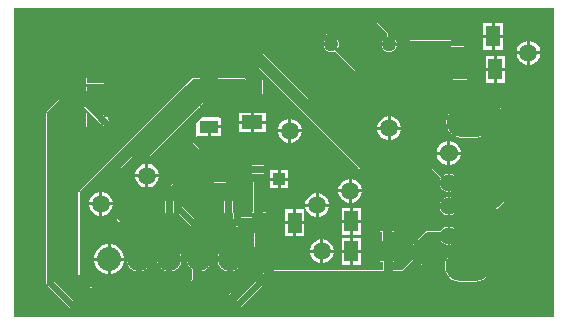
<source format=gtl>
G04*
G04 #@! TF.GenerationSoftware,Altium Limited,Altium Designer,22.8.2 (66)*
G04*
G04 Layer_Physical_Order=1*
G04 Layer_Color=255*
%FSLAX44Y44*%
%MOMM*%
G71*
G04*
G04 #@! TF.SameCoordinates,52C54432-6914-4BE2-A169-96465BD4BA84*
G04*
G04*
G04 #@! TF.FilePolarity,Positive*
G04*
G01*
G75*
%ADD11R,1.5240X1.0160*%
%ADD12R,1.1430X1.7780*%
%ADD13R,1.7780X1.1430*%
%ADD14R,1.0160X0.7620*%
%ADD15R,0.7620X1.0160*%
%ADD16R,1.0160X1.0160*%
%ADD17R,1.0160X1.0160*%
%ADD31C,0.3000*%
%ADD32C,0.2540*%
%ADD33C,0.8000*%
%ADD34C,0.6000*%
%ADD35C,1.2700*%
%ADD36O,3.8100X2.5400*%
%ADD37C,1.5240*%
%ADD38C,2.0320*%
%ADD39R,2.0320X2.0320*%
%ADD40C,1.5000*%
G36*
X1780000Y988000D02*
X1323184D01*
X1322000Y988208D01*
Y1250000D01*
X1780000D01*
Y988000D01*
D02*
G37*
%LPC*%
G36*
X1414019Y1243696D02*
X1398701D01*
Y1233458D01*
X1414019D01*
Y1243696D01*
D02*
G37*
G36*
X1736255Y1237430D02*
X1729270D01*
Y1227270D01*
X1736255D01*
Y1237430D01*
D02*
G37*
G36*
X1726730D02*
X1719745D01*
Y1227270D01*
X1726730D01*
Y1237430D01*
D02*
G37*
G36*
X1414019Y1230742D02*
X1398701D01*
Y1220504D01*
X1414019D01*
Y1230742D01*
D02*
G37*
G36*
X1495299Y1243696D02*
X1479981D01*
Y1233458D01*
X1495299D01*
Y1237160D01*
X1629836D01*
X1638424Y1228573D01*
Y1225262D01*
X1636381Y1224416D01*
X1634584Y1222619D01*
X1633611Y1220271D01*
Y1217729D01*
X1634584Y1215381D01*
X1636381Y1213584D01*
X1638729Y1212611D01*
X1641271D01*
X1643619Y1213584D01*
X1645416Y1215381D01*
X1646328Y1217584D01*
X1656000D01*
X1657002Y1217998D01*
X1658587Y1219584D01*
X1692246D01*
Y1217071D01*
X1703754D01*
Y1234929D01*
X1692246D01*
Y1222416D01*
X1658000D01*
X1656998Y1222002D01*
X1655413Y1220416D01*
X1646328D01*
X1645416Y1222619D01*
X1643619Y1224416D01*
X1641271Y1225389D01*
X1641256D01*
Y1229160D01*
X1640842Y1230162D01*
X1631425Y1239578D01*
X1630423Y1239993D01*
X1495299D01*
Y1243696D01*
D02*
G37*
G36*
X1736255Y1224730D02*
X1729270D01*
Y1214570D01*
X1736255D01*
Y1224730D01*
D02*
G37*
G36*
X1726730D02*
X1719745D01*
Y1214570D01*
X1726730D01*
Y1224730D01*
D02*
G37*
G36*
X1759322Y1222040D02*
X1759270D01*
Y1213270D01*
X1768040D01*
Y1213322D01*
X1767356Y1215875D01*
X1766034Y1218165D01*
X1764165Y1220034D01*
X1761875Y1221356D01*
X1759322Y1222040D01*
D02*
G37*
G36*
X1756730D02*
X1756678D01*
X1754125Y1221356D01*
X1751835Y1220034D01*
X1749966Y1218165D01*
X1748644Y1215875D01*
X1747960Y1213322D01*
Y1213270D01*
X1756730D01*
Y1222040D01*
D02*
G37*
G36*
X1414019Y1218042D02*
X1398701D01*
Y1207804D01*
X1414019D01*
Y1218042D01*
D02*
G37*
G36*
X1768040Y1210730D02*
X1759270D01*
Y1201960D01*
X1759322D01*
X1761875Y1202644D01*
X1764165Y1203966D01*
X1766034Y1205835D01*
X1767356Y1208125D01*
X1768040Y1210678D01*
Y1210730D01*
D02*
G37*
G36*
X1756730D02*
X1747960D01*
Y1210678D01*
X1748644Y1208125D01*
X1749966Y1205835D01*
X1751835Y1203966D01*
X1754125Y1202644D01*
X1756678Y1201960D01*
X1756730D01*
Y1210730D01*
D02*
G37*
G36*
X1738255Y1209430D02*
X1731270D01*
Y1199270D01*
X1738255D01*
Y1209430D01*
D02*
G37*
G36*
X1728730D02*
X1721745D01*
Y1199270D01*
X1728730D01*
Y1209430D01*
D02*
G37*
G36*
X1414019Y1205596D02*
X1398701D01*
Y1195358D01*
X1414019D01*
Y1205596D01*
D02*
G37*
G36*
X1587387Y1230868D02*
X1491220D01*
X1490914Y1230742D01*
X1479981D01*
Y1220504D01*
X1495299D01*
Y1227538D01*
X1586697D01*
X1587479Y1226756D01*
Y1224456D01*
X1587381Y1224416D01*
X1585584Y1222619D01*
X1584611Y1220271D01*
Y1217729D01*
X1585584Y1215381D01*
X1587381Y1213584D01*
X1589729Y1212611D01*
X1592271D01*
X1594224Y1213420D01*
X1610822Y1196822D01*
X1612000Y1196335D01*
X1694246D01*
Y1189071D01*
X1705754D01*
Y1206929D01*
X1694246D01*
Y1199665D01*
X1612690D01*
X1596579Y1215776D01*
X1597389Y1217729D01*
Y1220271D01*
X1596416Y1222619D01*
X1594619Y1224416D01*
X1592271Y1225389D01*
X1590809D01*
Y1227446D01*
X1590322Y1228623D01*
X1588564Y1230381D01*
X1587387Y1230868D01*
D02*
G37*
G36*
X1738255Y1196730D02*
X1731270D01*
Y1186570D01*
X1738255D01*
Y1196730D01*
D02*
G37*
G36*
X1728730D02*
X1721745D01*
Y1186570D01*
X1728730D01*
Y1196730D01*
D02*
G37*
G36*
X1414019Y1192642D02*
X1398701D01*
Y1186416D01*
X1383929D01*
Y1190754D01*
X1366071D01*
Y1179246D01*
X1383929D01*
Y1183584D01*
X1398701D01*
Y1182404D01*
X1414019D01*
Y1192642D01*
D02*
G37*
G36*
X1495299D02*
X1479981D01*
Y1190621D01*
X1474523D01*
X1473337Y1190385D01*
X1472332Y1189714D01*
X1472332Y1189714D01*
X1378809Y1096191D01*
X1378138Y1095186D01*
X1377935Y1094169D01*
X1376665Y1094294D01*
Y1149246D01*
X1383929D01*
Y1160754D01*
X1366071D01*
Y1149246D01*
X1373335D01*
Y1012000D01*
X1373822Y1010822D01*
X1377822Y1006822D01*
X1379000Y1006335D01*
X1503000D01*
X1504178Y1006822D01*
X1506178Y1008822D01*
X1506665Y1010000D01*
Y1026888D01*
X1508936Y1027496D01*
X1511262Y1028839D01*
X1513161Y1030738D01*
X1514504Y1033064D01*
X1515199Y1035657D01*
Y1038343D01*
X1514504Y1040937D01*
X1513161Y1043262D01*
X1511262Y1045161D01*
X1508936Y1046504D01*
X1506343Y1047199D01*
X1503657D01*
X1501064Y1046504D01*
X1498738Y1045161D01*
X1496839Y1043262D01*
X1495496Y1040937D01*
X1494801Y1038343D01*
Y1035657D01*
X1495496Y1033064D01*
X1496839Y1030738D01*
X1498738Y1028839D01*
X1501064Y1027496D01*
X1503335Y1026888D01*
Y1010690D01*
X1502310Y1009665D01*
X1379690D01*
X1376665Y1012690D01*
Y1023706D01*
X1377935Y1023831D01*
X1378138Y1022814D01*
X1378809Y1021809D01*
X1386809Y1013809D01*
X1387814Y1013138D01*
X1389000Y1012902D01*
X1472745D01*
X1472745Y1012902D01*
X1473931Y1013138D01*
X1474936Y1013809D01*
X1478451Y1017324D01*
X1479122Y1018329D01*
X1479358Y1019515D01*
X1479358Y1019515D01*
Y1026801D01*
X1480343D01*
X1482937Y1027496D01*
X1485262Y1028839D01*
X1487161Y1030738D01*
X1488504Y1033064D01*
X1489199Y1035657D01*
Y1038343D01*
X1488504Y1040937D01*
X1487161Y1043262D01*
X1485262Y1045161D01*
X1482937Y1046504D01*
X1480343Y1047199D01*
X1477657D01*
X1475063Y1046504D01*
X1472738Y1045161D01*
X1470839Y1043262D01*
X1469496Y1040937D01*
X1468801Y1038343D01*
Y1035657D01*
X1469496Y1033064D01*
X1470839Y1030738D01*
X1472738Y1028839D01*
X1473162Y1028594D01*
Y1020798D01*
X1471462Y1019098D01*
X1390283D01*
X1384098Y1025283D01*
Y1092717D01*
X1475806Y1184425D01*
X1479981D01*
Y1182404D01*
X1495299D01*
Y1184425D01*
X1515019D01*
X1515071Y1184372D01*
Y1177246D01*
X1532929D01*
Y1188754D01*
X1519453D01*
X1518493Y1189714D01*
X1517488Y1190385D01*
X1516302Y1190621D01*
X1516302Y1190621D01*
X1495299D01*
Y1192642D01*
D02*
G37*
G36*
X1414019Y1179942D02*
X1398701D01*
Y1169704D01*
X1414019D01*
Y1179942D01*
D02*
G37*
G36*
X1535430Y1161255D02*
X1525270D01*
Y1154270D01*
X1535430D01*
Y1161255D01*
D02*
G37*
G36*
X1522730D02*
X1512570D01*
Y1154270D01*
X1522730D01*
Y1161255D01*
D02*
G37*
G36*
X1641322Y1158040D02*
X1641270D01*
Y1149270D01*
X1650040D01*
Y1149322D01*
X1649356Y1151875D01*
X1648034Y1154165D01*
X1646165Y1156034D01*
X1643875Y1157356D01*
X1641322Y1158040D01*
D02*
G37*
G36*
X1638730D02*
X1638678D01*
X1636125Y1157356D01*
X1633835Y1156034D01*
X1631966Y1154165D01*
X1630644Y1151875D01*
X1629960Y1149322D01*
Y1149270D01*
X1638730D01*
Y1158040D01*
D02*
G37*
G36*
X1557322Y1156040D02*
X1557270D01*
Y1147270D01*
X1566040D01*
Y1147322D01*
X1565356Y1149875D01*
X1564034Y1152165D01*
X1562165Y1154034D01*
X1559875Y1155356D01*
X1557322Y1156040D01*
D02*
G37*
G36*
X1554730D02*
X1554678D01*
X1552125Y1155356D01*
X1549835Y1154034D01*
X1547966Y1152165D01*
X1546644Y1149875D01*
X1545960Y1147322D01*
Y1147270D01*
X1554730D01*
Y1156040D01*
D02*
G37*
G36*
X1535430Y1151730D02*
X1525270D01*
Y1144745D01*
X1535430D01*
Y1151730D01*
D02*
G37*
G36*
X1522730D02*
X1512570D01*
Y1144745D01*
X1522730D01*
Y1151730D01*
D02*
G37*
G36*
X1383000Y1172098D02*
X1383000Y1172098D01*
X1361000D01*
X1359814Y1171862D01*
X1358809Y1171191D01*
X1350809Y1163191D01*
X1350138Y1162186D01*
X1349902Y1161000D01*
X1349902Y1161000D01*
Y1017000D01*
X1349902Y1017000D01*
X1350138Y1015814D01*
X1350809Y1014809D01*
X1368809Y996809D01*
X1369814Y996138D01*
X1371000Y995902D01*
X1371000Y995902D01*
X1512000D01*
X1512000Y995902D01*
X1513186Y996138D01*
X1514191Y996809D01*
X1532191Y1014809D01*
X1532862Y1015814D01*
X1533098Y1017000D01*
X1533098Y1017000D01*
Y1024582D01*
X1534272Y1025068D01*
X1538106Y1021233D01*
X1539442Y1020341D01*
X1541018Y1020027D01*
X1541018Y1020027D01*
X1638271D01*
X1639000Y1019882D01*
X1653000D01*
X1653000Y1019882D01*
X1654576Y1020196D01*
X1655912Y1021088D01*
X1666912Y1032088D01*
X1666912Y1032088D01*
X1667804Y1033424D01*
X1668118Y1035000D01*
Y1046294D01*
X1674746Y1052922D01*
X1683904D01*
X1684242Y1052337D01*
X1685668Y1050912D01*
X1687414Y1049903D01*
X1689362Y1049381D01*
X1691378D01*
X1693326Y1049903D01*
X1695072Y1050912D01*
X1696498Y1052337D01*
X1697507Y1054084D01*
X1698029Y1056032D01*
Y1058048D01*
X1697507Y1059996D01*
X1696498Y1061742D01*
X1695072Y1063168D01*
X1693326Y1064177D01*
X1691378Y1064699D01*
X1689362D01*
X1687414Y1064177D01*
X1685668Y1063168D01*
X1684242Y1061742D01*
X1683904Y1061158D01*
X1673040D01*
X1671464Y1060844D01*
X1670128Y1059952D01*
X1661088Y1050912D01*
X1660196Y1049576D01*
X1659882Y1048000D01*
X1659882Y1048000D01*
Y1036706D01*
X1651294Y1028118D01*
X1642973D01*
Y1035091D01*
X1643894D01*
Y1052949D01*
X1642258D01*
Y1060491D01*
X1643894D01*
Y1078349D01*
X1632386D01*
Y1060491D01*
X1634022D01*
Y1052949D01*
X1632386D01*
Y1035091D01*
X1634737D01*
Y1028263D01*
X1542724D01*
X1540199Y1030788D01*
Y1047199D01*
X1534118D01*
Y1059071D01*
X1535754D01*
Y1076929D01*
X1533403D01*
Y1084525D01*
X1533403Y1084525D01*
X1533118Y1085958D01*
Y1102151D01*
X1534119D01*
Y1109849D01*
X1530353D01*
X1529000Y1110118D01*
X1527647Y1109849D01*
X1523881D01*
Y1102151D01*
X1524882D01*
Y1084810D01*
X1524882Y1084810D01*
X1525167Y1083377D01*
Y1076929D01*
X1524246D01*
Y1072618D01*
X1514098D01*
Y1075881D01*
X1514849D01*
Y1086119D01*
X1507151D01*
Y1075881D01*
X1507902D01*
Y1071598D01*
X1474783D01*
X1465271Y1081111D01*
X1464849Y1081393D01*
Y1086119D01*
X1457151D01*
Y1075881D01*
X1461511D01*
X1461793Y1075825D01*
X1471309Y1066309D01*
X1471309Y1066309D01*
X1472314Y1065638D01*
X1473500Y1065402D01*
X1509867D01*
X1510924Y1064696D01*
X1512500Y1064382D01*
X1524246D01*
Y1059071D01*
X1525882D01*
Y1047199D01*
X1519801D01*
Y1026801D01*
X1526902D01*
Y1018283D01*
X1510717Y1002098D01*
X1372283D01*
X1356098Y1018283D01*
Y1159717D01*
X1362283Y1165902D01*
X1381717D01*
X1392987Y1154632D01*
X1393511Y1153848D01*
X1395291Y1152068D01*
X1395291Y1152068D01*
X1396296Y1151396D01*
X1397481Y1151160D01*
X1397701D01*
X1398701Y1150160D01*
Y1144304D01*
X1414019D01*
Y1154542D01*
X1403083D01*
X1401636Y1155988D01*
X1402162Y1157258D01*
X1414019D01*
Y1167496D01*
X1398701D01*
Y1159476D01*
X1397431Y1158950D01*
X1385191Y1171191D01*
X1384186Y1171862D01*
X1383000Y1172098D01*
D02*
G37*
G36*
X1497800Y1148153D02*
X1488910D01*
Y1141803D01*
X1497800D01*
Y1148153D01*
D02*
G37*
G36*
X1713720Y1165889D02*
X1701020D01*
X1697695Y1165451D01*
X1694596Y1164167D01*
X1691935Y1162125D01*
X1689893Y1159464D01*
X1688609Y1156366D01*
X1688172Y1153040D01*
X1688609Y1149715D01*
X1689893Y1146616D01*
X1691935Y1143955D01*
X1694596Y1141913D01*
X1697695Y1140629D01*
X1701020Y1140191D01*
X1713720D01*
X1717045Y1140629D01*
X1720144Y1141913D01*
X1722805Y1143955D01*
X1724847Y1146616D01*
X1726131Y1149715D01*
X1726568Y1153040D01*
X1726131Y1156366D01*
X1724847Y1159464D01*
X1722805Y1162125D01*
X1720144Y1164167D01*
X1717045Y1165451D01*
X1713720Y1165889D01*
D02*
G37*
G36*
X1650040Y1146730D02*
X1641270D01*
Y1137960D01*
X1641322D01*
X1643875Y1138644D01*
X1646165Y1139966D01*
X1648034Y1141835D01*
X1649356Y1144125D01*
X1650040Y1146678D01*
Y1146730D01*
D02*
G37*
G36*
X1638730D02*
X1629960D01*
Y1146678D01*
X1630644Y1144125D01*
X1631966Y1141835D01*
X1633835Y1139966D01*
X1636125Y1138644D01*
X1638678Y1137960D01*
X1638730D01*
Y1146730D01*
D02*
G37*
G36*
X1566040Y1144730D02*
X1557270D01*
Y1135960D01*
X1557322D01*
X1559875Y1136644D01*
X1562165Y1137966D01*
X1564034Y1139835D01*
X1565356Y1142125D01*
X1566040Y1144678D01*
Y1144730D01*
D02*
G37*
G36*
X1554730D02*
X1545960D01*
Y1144678D01*
X1546644Y1142125D01*
X1547966Y1139835D01*
X1549835Y1137966D01*
X1552125Y1136644D01*
X1554678Y1135960D01*
X1554730D01*
Y1144730D01*
D02*
G37*
G36*
X1691708Y1137200D02*
X1691640D01*
Y1128310D01*
X1700530D01*
Y1128378D01*
X1699838Y1130962D01*
X1698500Y1133278D01*
X1696608Y1135170D01*
X1694292Y1136508D01*
X1691708Y1137200D01*
D02*
G37*
G36*
X1689100D02*
X1689032D01*
X1686448Y1136508D01*
X1684132Y1135170D01*
X1682240Y1133278D01*
X1680902Y1130962D01*
X1680210Y1128378D01*
Y1128310D01*
X1689100D01*
Y1137200D01*
D02*
G37*
G36*
X1552119Y1125119D02*
X1541881D01*
Y1121665D01*
X1534119D01*
Y1123849D01*
X1523881D01*
Y1116151D01*
X1534119D01*
Y1118335D01*
X1541881D01*
Y1114881D01*
X1552119D01*
Y1125119D01*
D02*
G37*
G36*
X1700530Y1125770D02*
X1691640D01*
Y1116880D01*
X1691708D01*
X1694292Y1117572D01*
X1696608Y1118910D01*
X1698500Y1120802D01*
X1699838Y1123118D01*
X1700530Y1125702D01*
Y1125770D01*
D02*
G37*
G36*
X1689100D02*
X1680210D01*
Y1125702D01*
X1680902Y1123118D01*
X1682240Y1120802D01*
X1684132Y1118910D01*
X1686448Y1117572D01*
X1689032Y1116880D01*
X1689100D01*
Y1125770D01*
D02*
G37*
G36*
X1436322Y1118040D02*
X1436270D01*
Y1109270D01*
X1445040D01*
Y1109322D01*
X1444356Y1111875D01*
X1443034Y1114165D01*
X1441165Y1116034D01*
X1438875Y1117356D01*
X1436322Y1118040D01*
D02*
G37*
G36*
X1433730D02*
X1433678D01*
X1431125Y1117356D01*
X1428835Y1116034D01*
X1426966Y1114165D01*
X1425644Y1111875D01*
X1424960Y1109322D01*
Y1109270D01*
X1433730D01*
Y1118040D01*
D02*
G37*
G36*
X1495299Y1179942D02*
X1479981D01*
Y1172060D01*
X1435310Y1127388D01*
X1421723D01*
X1420545Y1126901D01*
X1409822Y1116178D01*
X1409335Y1115000D01*
Y1071757D01*
X1409822Y1070580D01*
X1411580Y1068822D01*
X1412757Y1068335D01*
X1420881D01*
Y1063881D01*
X1426335D01*
Y1047112D01*
X1424064Y1046504D01*
X1421738Y1045161D01*
X1419839Y1043262D01*
X1418496Y1040937D01*
X1417801Y1038343D01*
Y1035657D01*
X1418496Y1033064D01*
X1419839Y1030738D01*
X1421738Y1028839D01*
X1424064Y1027496D01*
X1426657Y1026801D01*
X1429343D01*
X1431936Y1027496D01*
X1434262Y1028839D01*
X1436161Y1030738D01*
X1437504Y1033064D01*
X1438199Y1035657D01*
Y1038343D01*
X1437504Y1040937D01*
X1436161Y1043262D01*
X1434262Y1045161D01*
X1431936Y1046504D01*
X1429665Y1047112D01*
Y1063881D01*
X1431119D01*
Y1074119D01*
X1420881D01*
Y1071665D01*
X1413447D01*
X1412665Y1072447D01*
Y1114310D01*
X1422413Y1124058D01*
X1436000D01*
X1437178Y1124545D01*
X1478808Y1166176D01*
X1479981Y1165690D01*
Y1159614D01*
X1473822Y1153455D01*
X1473335Y1152277D01*
Y1137000D01*
X1473822Y1135822D01*
X1479335Y1130310D01*
Y1117119D01*
X1475881D01*
Y1106881D01*
X1486119D01*
Y1110335D01*
X1491881D01*
Y1106881D01*
X1502119D01*
Y1117119D01*
X1491881D01*
Y1113665D01*
X1486119D01*
Y1117119D01*
X1482665D01*
Y1131000D01*
X1482178Y1132178D01*
X1476665Y1137690D01*
Y1140870D01*
X1477480Y1141803D01*
X1486370D01*
Y1149423D01*
X1487640D01*
Y1150693D01*
X1497800D01*
Y1157043D01*
X1496479D01*
X1495299Y1157258D01*
Y1167496D01*
X1481787D01*
X1481301Y1168669D01*
X1482337Y1169704D01*
X1495299D01*
Y1179942D01*
D02*
G37*
G36*
X1554620Y1112620D02*
X1548270D01*
Y1106270D01*
X1554620D01*
Y1112620D01*
D02*
G37*
G36*
X1545730D02*
X1539380D01*
Y1106270D01*
X1545730D01*
Y1112620D01*
D02*
G37*
G36*
X1445040Y1106730D02*
X1436270D01*
Y1097960D01*
X1436322D01*
X1438875Y1098644D01*
X1441165Y1099966D01*
X1443034Y1101835D01*
X1444356Y1104125D01*
X1445040Y1106678D01*
Y1106730D01*
D02*
G37*
G36*
X1433730D02*
X1424960D01*
Y1106678D01*
X1425644Y1104125D01*
X1426966Y1101835D01*
X1428835Y1099966D01*
X1431125Y1098644D01*
X1433678Y1097960D01*
X1433730D01*
Y1106730D01*
D02*
G37*
G36*
X1554620Y1103730D02*
X1548270D01*
Y1097380D01*
X1554620D01*
Y1103730D01*
D02*
G37*
G36*
X1545730D02*
X1539380D01*
Y1097380D01*
X1545730D01*
Y1103730D01*
D02*
G37*
G36*
X1608322Y1105040D02*
X1608270D01*
Y1096270D01*
X1617040D01*
Y1096322D01*
X1616356Y1098875D01*
X1615034Y1101165D01*
X1613165Y1103034D01*
X1610875Y1104356D01*
X1608322Y1105040D01*
D02*
G37*
G36*
X1605730D02*
X1605678D01*
X1603125Y1104356D01*
X1600835Y1103034D01*
X1598966Y1101165D01*
X1597644Y1098875D01*
X1596960Y1096322D01*
Y1096270D01*
X1605730D01*
Y1105040D01*
D02*
G37*
G36*
X1495299Y1205596D02*
X1479981D01*
Y1195358D01*
X1495299D01*
Y1198812D01*
X1529833D01*
X1614822Y1113822D01*
X1616000Y1113335D01*
X1676720D01*
X1683902Y1106153D01*
X1683233Y1104996D01*
X1682711Y1103048D01*
Y1101032D01*
X1683233Y1099084D01*
X1684242Y1097337D01*
X1685668Y1095912D01*
X1687414Y1094903D01*
X1689362Y1094381D01*
X1691378D01*
X1693326Y1094903D01*
X1695072Y1095912D01*
X1696498Y1097337D01*
X1697507Y1099084D01*
X1698029Y1101032D01*
Y1103048D01*
X1697507Y1104996D01*
X1696498Y1106742D01*
X1695072Y1108168D01*
X1693326Y1109177D01*
X1691378Y1109699D01*
X1689362D01*
X1687414Y1109177D01*
X1686257Y1108509D01*
X1678588Y1116178D01*
X1677410Y1116665D01*
X1616690D01*
X1531701Y1201655D01*
X1530523Y1202142D01*
X1495299D01*
Y1205596D01*
D02*
G37*
G36*
X1397322Y1094040D02*
X1397270D01*
Y1085270D01*
X1406040D01*
Y1085322D01*
X1405356Y1087875D01*
X1404034Y1090165D01*
X1402165Y1092034D01*
X1399875Y1093356D01*
X1397322Y1094040D01*
D02*
G37*
G36*
X1394730D02*
X1394678D01*
X1392125Y1093356D01*
X1389835Y1092034D01*
X1387966Y1090165D01*
X1386644Y1087875D01*
X1385960Y1085322D01*
Y1085270D01*
X1394730D01*
Y1094040D01*
D02*
G37*
G36*
X1617040Y1093730D02*
X1608270D01*
Y1084960D01*
X1608322D01*
X1610875Y1085644D01*
X1613165Y1086966D01*
X1615034Y1088835D01*
X1616356Y1091125D01*
X1617040Y1093678D01*
Y1093730D01*
D02*
G37*
G36*
X1605730D02*
X1596960D01*
Y1093678D01*
X1597644Y1091125D01*
X1598966Y1088835D01*
X1600835Y1086966D01*
X1603125Y1085644D01*
X1605678Y1084960D01*
X1605730D01*
Y1093730D01*
D02*
G37*
G36*
X1580322Y1093040D02*
X1580270D01*
Y1084270D01*
X1589040D01*
Y1084322D01*
X1588356Y1086875D01*
X1587034Y1089165D01*
X1585165Y1091034D01*
X1582875Y1092356D01*
X1580322Y1093040D01*
D02*
G37*
G36*
X1577730D02*
X1577678D01*
X1575125Y1092356D01*
X1572835Y1091034D01*
X1570966Y1089165D01*
X1569644Y1086875D01*
X1568960Y1084322D01*
Y1084270D01*
X1577730D01*
Y1093040D01*
D02*
G37*
G36*
X1495299Y1218042D02*
X1479981D01*
Y1207804D01*
X1495299D01*
Y1211258D01*
X1533229D01*
X1571664Y1172822D01*
X1572841Y1172335D01*
X1726310D01*
X1734335Y1164310D01*
Y1087690D01*
X1729310Y1082665D01*
X1698029D01*
Y1083048D01*
X1697507Y1084996D01*
X1696498Y1086742D01*
X1695072Y1088168D01*
X1693326Y1089177D01*
X1691378Y1089699D01*
X1689362D01*
X1687414Y1089177D01*
X1685668Y1088168D01*
X1684242Y1086742D01*
X1683233Y1084996D01*
X1682711Y1083048D01*
Y1081032D01*
X1683233Y1079084D01*
X1684242Y1077337D01*
X1685668Y1075912D01*
X1687414Y1074903D01*
X1689362Y1074381D01*
X1691378D01*
X1693326Y1074903D01*
X1695072Y1075912D01*
X1696498Y1077337D01*
X1697507Y1079084D01*
X1697574Y1079335D01*
X1730000D01*
X1731178Y1079822D01*
X1737178Y1085822D01*
X1737665Y1087000D01*
Y1165000D01*
X1737178Y1166178D01*
X1728178Y1175178D01*
X1727000Y1175665D01*
X1573531D01*
X1535096Y1214101D01*
X1533918Y1214588D01*
X1495299D01*
Y1218042D01*
D02*
G37*
G36*
X1502119Y1102119D02*
X1491881D01*
Y1091881D01*
X1493902D01*
Y1086119D01*
X1493151D01*
Y1075881D01*
X1500849D01*
Y1086119D01*
X1500098D01*
Y1091881D01*
X1502119D01*
Y1102119D01*
D02*
G37*
G36*
X1431119Y1089119D02*
X1420881D01*
Y1078881D01*
X1431119D01*
Y1082335D01*
X1443151D01*
Y1075881D01*
X1450849D01*
Y1086119D01*
X1443151D01*
Y1085665D01*
X1431119D01*
Y1089119D01*
D02*
G37*
G36*
X1406040Y1082730D02*
X1397270D01*
Y1073960D01*
X1397322D01*
X1399875Y1074644D01*
X1402165Y1075966D01*
X1404034Y1077835D01*
X1405356Y1080125D01*
X1406040Y1082678D01*
Y1082730D01*
D02*
G37*
G36*
X1394730D02*
X1385960D01*
Y1082678D01*
X1386644Y1080125D01*
X1387966Y1077835D01*
X1389835Y1075966D01*
X1392125Y1074644D01*
X1394678Y1073960D01*
X1394730D01*
Y1082730D01*
D02*
G37*
G36*
X1589040Y1081730D02*
X1580270D01*
Y1072960D01*
X1580322D01*
X1582875Y1073644D01*
X1585165Y1074966D01*
X1587034Y1076835D01*
X1588356Y1079125D01*
X1589040Y1081678D01*
Y1081730D01*
D02*
G37*
G36*
X1577730D02*
X1568960D01*
Y1081678D01*
X1569644Y1079125D01*
X1570966Y1076835D01*
X1572835Y1074966D01*
X1575125Y1073644D01*
X1577678Y1072960D01*
X1577730D01*
Y1081730D01*
D02*
G37*
G36*
X1616395Y1080850D02*
X1609410D01*
Y1070690D01*
X1616395D01*
Y1080850D01*
D02*
G37*
G36*
X1606870D02*
X1599885D01*
Y1070690D01*
X1606870D01*
Y1080850D01*
D02*
G37*
G36*
X1568255Y1079430D02*
X1561270D01*
Y1069270D01*
X1568255D01*
Y1079430D01*
D02*
G37*
G36*
X1558730D02*
X1551745D01*
Y1069270D01*
X1558730D01*
Y1079430D01*
D02*
G37*
G36*
X1616395Y1068150D02*
X1609410D01*
Y1057990D01*
X1616395D01*
Y1068150D01*
D02*
G37*
G36*
X1606870D02*
X1599885D01*
Y1057990D01*
X1606870D01*
Y1068150D01*
D02*
G37*
G36*
X1568255Y1066730D02*
X1561270D01*
Y1056570D01*
X1568255D01*
Y1066730D01*
D02*
G37*
G36*
X1558730D02*
X1551745D01*
Y1056570D01*
X1558730D01*
Y1066730D01*
D02*
G37*
G36*
X1616395Y1055450D02*
X1609410D01*
Y1045290D01*
X1616395D01*
Y1055450D01*
D02*
G37*
G36*
X1606870D02*
X1599885D01*
Y1045290D01*
X1606870D01*
Y1055450D01*
D02*
G37*
G36*
X1584322Y1054040D02*
X1584270D01*
Y1045270D01*
X1593040D01*
Y1045322D01*
X1592356Y1047875D01*
X1591034Y1050165D01*
X1589165Y1052034D01*
X1586875Y1053356D01*
X1584322Y1054040D01*
D02*
G37*
G36*
X1581730D02*
X1581678D01*
X1579125Y1053356D01*
X1576835Y1052034D01*
X1574966Y1050165D01*
X1573644Y1047875D01*
X1572960Y1045322D01*
Y1045270D01*
X1581730D01*
Y1054040D01*
D02*
G37*
G36*
X1404672Y1049700D02*
X1404270D01*
Y1038270D01*
X1415700D01*
Y1038672D01*
X1414834Y1041902D01*
X1413163Y1044798D01*
X1410798Y1047162D01*
X1407902Y1048835D01*
X1404672Y1049700D01*
D02*
G37*
G36*
X1401730D02*
X1401328D01*
X1398098Y1048835D01*
X1395202Y1047162D01*
X1392838Y1044798D01*
X1391165Y1041902D01*
X1390300Y1038672D01*
Y1038270D01*
X1401730D01*
Y1049700D01*
D02*
G37*
G36*
X1593040Y1042730D02*
X1584270D01*
Y1033960D01*
X1584322D01*
X1586875Y1034644D01*
X1589165Y1035966D01*
X1591034Y1037835D01*
X1592356Y1040125D01*
X1593040Y1042678D01*
Y1042730D01*
D02*
G37*
G36*
X1581730D02*
X1572960D01*
Y1042678D01*
X1573644Y1040125D01*
X1574966Y1037835D01*
X1576835Y1035966D01*
X1579125Y1034644D01*
X1581678Y1033960D01*
X1581730D01*
Y1042730D01*
D02*
G37*
G36*
X1616395Y1042750D02*
X1609410D01*
Y1032590D01*
X1616395D01*
Y1042750D01*
D02*
G37*
G36*
X1606870D02*
X1599885D01*
Y1032590D01*
X1606870D01*
Y1042750D01*
D02*
G37*
G36*
X1471119Y1117119D02*
X1460881D01*
Y1109237D01*
X1452822Y1101178D01*
X1452335Y1100000D01*
Y1047112D01*
X1450063Y1046504D01*
X1447738Y1045161D01*
X1445839Y1043262D01*
X1444496Y1040937D01*
X1443801Y1038343D01*
Y1035657D01*
X1444496Y1033064D01*
X1445839Y1030738D01*
X1447738Y1028839D01*
X1450063Y1027496D01*
X1452657Y1026801D01*
X1455343D01*
X1457937Y1027496D01*
X1460262Y1028839D01*
X1462161Y1030738D01*
X1463504Y1033064D01*
X1464199Y1035657D01*
Y1038343D01*
X1463504Y1040937D01*
X1462161Y1043262D01*
X1460262Y1045161D01*
X1457937Y1046504D01*
X1455665Y1047112D01*
Y1099310D01*
X1463237Y1106881D01*
X1471119D01*
Y1117119D01*
D02*
G37*
G36*
X1415700Y1035730D02*
X1404270D01*
Y1024300D01*
X1404672D01*
X1407902Y1025165D01*
X1410798Y1026837D01*
X1413163Y1029202D01*
X1414834Y1032098D01*
X1415700Y1035328D01*
Y1035730D01*
D02*
G37*
G36*
X1401730D02*
X1390300D01*
Y1035328D01*
X1391165Y1032098D01*
X1392838Y1029202D01*
X1395202Y1026837D01*
X1398098Y1025165D01*
X1401328Y1024300D01*
X1401730D01*
Y1035730D01*
D02*
G37*
G36*
X1712720Y1043888D02*
X1700020D01*
X1696694Y1043451D01*
X1693596Y1042167D01*
X1690935Y1040125D01*
X1688893Y1037464D01*
X1687609Y1034365D01*
X1687171Y1031040D01*
X1687609Y1027715D01*
X1688893Y1024616D01*
X1690935Y1021955D01*
X1693596Y1019913D01*
X1696694Y1018629D01*
X1700020Y1018192D01*
X1712720D01*
X1716045Y1018629D01*
X1719144Y1019913D01*
X1721805Y1021955D01*
X1723847Y1024616D01*
X1725131Y1027715D01*
X1725569Y1031040D01*
X1725131Y1034365D01*
X1723847Y1037464D01*
X1721805Y1040125D01*
X1719144Y1042167D01*
X1716045Y1043451D01*
X1712720Y1043888D01*
D02*
G37*
%LPD*%
D11*
X1406360Y1225623D02*
D03*
Y1212923D02*
D03*
Y1238577D02*
D03*
Y1187523D02*
D03*
Y1174823D02*
D03*
Y1200477D02*
D03*
Y1149423D02*
D03*
Y1162377D02*
D03*
X1487640Y1225623D02*
D03*
Y1212923D02*
D03*
Y1238577D02*
D03*
Y1187523D02*
D03*
Y1174823D02*
D03*
Y1200477D02*
D03*
Y1149423D02*
D03*
Y1162377D02*
D03*
D12*
X1698000Y1226000D02*
D03*
X1728000D02*
D03*
X1700000Y1198000D02*
D03*
X1730000D02*
D03*
X1560000Y1068000D02*
D03*
X1530000D02*
D03*
X1638140Y1044020D02*
D03*
X1608140D02*
D03*
X1638140Y1069420D02*
D03*
X1608140D02*
D03*
D13*
X1375000Y1155000D02*
D03*
Y1185000D02*
D03*
X1524000Y1153000D02*
D03*
Y1183000D02*
D03*
D14*
X1529000Y1106000D02*
D03*
Y1120000D02*
D03*
D15*
X1461000Y1081000D02*
D03*
X1447000D02*
D03*
X1511000D02*
D03*
X1497000D02*
D03*
D16*
X1547000Y1105000D02*
D03*
Y1120000D02*
D03*
X1426000Y1069000D02*
D03*
Y1084000D02*
D03*
X1497000Y1112000D02*
D03*
Y1097000D02*
D03*
D17*
X1466000Y1112000D02*
D03*
X1481000D02*
D03*
D31*
X1612000Y1198000D02*
X1700000D01*
X1591000Y1219000D02*
X1612000Y1198000D01*
X1530523Y1200477D02*
X1616000Y1115000D01*
X1677410D02*
X1690370Y1102040D01*
X1616000Y1115000D02*
X1677410D01*
X1487640Y1200477D02*
X1530523D01*
X1487640Y1212923D02*
X1533918D01*
X1572841Y1174000D01*
X1727000D01*
X1375000Y1012000D02*
X1379000Y1008000D01*
X1505000Y1010000D02*
Y1037000D01*
X1375000Y1012000D02*
Y1155000D01*
X1379000Y1008000D02*
X1503000D01*
X1505000Y1010000D01*
X1475000Y1137000D02*
X1481000Y1131000D01*
Y1112000D02*
Y1131000D01*
X1475000Y1137000D02*
Y1152277D01*
X1485100Y1162377D02*
X1487640D01*
X1475000Y1152277D02*
X1485100Y1162377D01*
X1454000Y1100000D02*
X1466000Y1112000D01*
X1454000Y1037000D02*
Y1100000D01*
X1481000Y1112000D02*
X1497000D01*
X1426000Y1084000D02*
X1444690D01*
X1447000Y1081690D01*
Y1081000D02*
Y1081690D01*
X1428000Y1037000D02*
Y1067000D01*
X1426000Y1069000D02*
X1428000Y1067000D01*
X1425000Y1070000D02*
X1426000Y1069000D01*
X1411000Y1071757D02*
X1412757Y1070000D01*
X1411000Y1071757D02*
Y1115000D01*
X1412757Y1070000D02*
X1425000D01*
X1421723Y1125723D02*
X1436000D01*
X1411000Y1115000D02*
X1421723Y1125723D01*
X1690370Y1082040D02*
X1691410Y1081000D01*
X1730000D01*
X1736000Y1087000D02*
Y1165000D01*
X1730000Y1081000D02*
X1736000Y1087000D01*
X1727000Y1174000D02*
X1736000Y1165000D01*
X1491220Y1229203D02*
X1587387D01*
X1589144Y1220856D02*
Y1227446D01*
X1587387Y1229203D02*
X1589144Y1227446D01*
Y1220856D02*
X1591000Y1219000D01*
X1487640Y1225623D02*
X1491220Y1229203D01*
X1436000Y1125723D02*
X1485100Y1174823D01*
X1487640D01*
X1529000Y1120000D02*
X1547000D01*
D32*
X1698000Y1225445D02*
Y1226000D01*
X1693555Y1221000D02*
X1698000Y1225445D01*
X1658000Y1221000D02*
X1693555D01*
X1656000Y1219000D02*
X1658000Y1221000D01*
X1640000Y1219000D02*
X1656000D01*
X1375000Y1185000D02*
X1403837D01*
X1406360Y1187523D01*
X1639840Y1219160D02*
X1640000Y1219000D01*
X1630423Y1238577D02*
X1639840Y1229160D01*
Y1219160D02*
Y1229160D01*
X1487640Y1238577D02*
X1630423D01*
D33*
X1638140Y1044020D02*
Y1069420D01*
Y1044020D02*
X1638855Y1043305D01*
X1535160Y1030003D02*
Y1031840D01*
X1541018Y1024145D02*
X1638855D01*
X1530000Y1037000D02*
Y1068000D01*
Y1037000D02*
X1535160Y1031840D01*
Y1030003D02*
X1541018Y1024145D01*
X1529500Y1068500D02*
X1530000Y1068000D01*
X1529285Y1068715D02*
X1529500Y1068500D01*
X1529285Y1068715D02*
Y1084525D01*
X1529000Y1084810D02*
Y1106000D01*
Y1084810D02*
X1529285Y1084525D01*
X1512500Y1068500D02*
X1529500D01*
X1639000Y1024000D02*
X1653000D01*
X1638855Y1027145D02*
Y1043305D01*
Y1024145D02*
X1639000Y1024000D01*
X1664000Y1048000D02*
X1673040Y1057040D01*
X1690370D01*
X1664000Y1035000D02*
Y1048000D01*
X1653000Y1024000D02*
X1664000Y1035000D01*
D34*
X1512000Y999000D02*
X1530000Y1017000D01*
Y1037000D01*
X1371000Y999000D02*
X1512000D01*
X1353000Y1017000D02*
X1371000Y999000D01*
X1476260Y1034260D02*
X1479000Y1037000D01*
X1476260Y1019515D02*
Y1034260D01*
X1389000Y1016000D02*
X1472745D01*
X1476260Y1019515D01*
X1381000Y1024000D02*
X1389000Y1016000D01*
X1381000Y1024000D02*
Y1094000D01*
X1353000Y1017000D02*
Y1161000D01*
X1361000Y1169000D02*
X1383000D01*
X1353000Y1161000D02*
X1361000Y1169000D01*
X1383000D02*
X1395701Y1156299D01*
X1403820Y1149423D02*
X1406360D01*
X1398985Y1154258D02*
X1403820Y1149423D01*
X1397481Y1154258D02*
X1398985D01*
X1395701Y1156038D02*
X1397481Y1154258D01*
X1395701Y1156038D02*
Y1156299D01*
X1497000Y1097000D02*
X1497000Y1097000D01*
X1497000Y1081000D02*
Y1097000D01*
X1461000Y1079730D02*
X1461810Y1078920D01*
X1463080D01*
X1461000Y1079730D02*
Y1081000D01*
X1463080Y1078920D02*
X1473500Y1068500D01*
X1512500D01*
X1511000Y1070000D02*
X1512500Y1068500D01*
X1511000Y1070000D02*
Y1081000D01*
X1381000Y1094000D02*
X1474523Y1187523D01*
X1487640D02*
X1516302D01*
X1520825Y1183000D01*
X1524000D01*
X1474523Y1187523D02*
X1487640D01*
D35*
X1591000Y1219000D02*
D03*
X1640000D02*
D03*
D36*
X1707370Y1153040D02*
D03*
X1706370Y1031040D02*
D03*
D37*
X1690370Y1082040D02*
D03*
Y1102040D02*
D03*
Y1057040D02*
D03*
Y1127040D02*
D03*
D38*
X1505000Y1037000D02*
D03*
X1403000D02*
D03*
X1428000D02*
D03*
X1454000D02*
D03*
X1479000D02*
D03*
D39*
X1530000D02*
D03*
D40*
X1758000Y1212000D02*
D03*
X1435000Y1108000D02*
D03*
X1607000Y1095000D02*
D03*
X1396000Y1084000D02*
D03*
X1556000Y1146000D02*
D03*
X1640000Y1148000D02*
D03*
X1583000Y1044000D02*
D03*
X1579000Y1083000D02*
D03*
M02*

</source>
